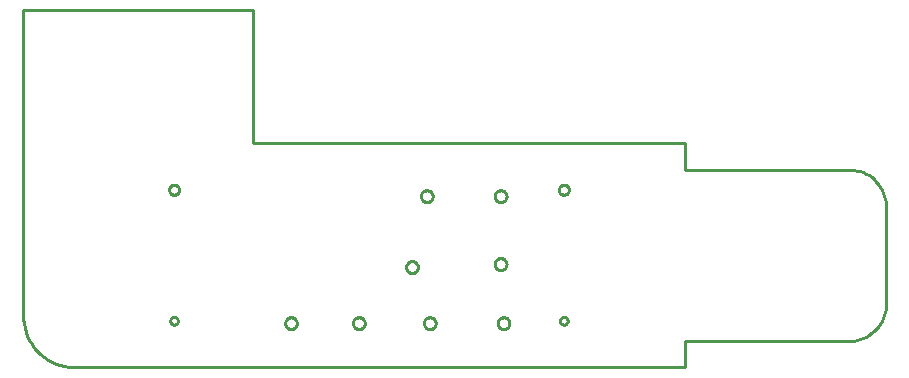
<source format=gbr>
G04 EAGLE Gerber RS-274X export*
G75*
%MOMM*%
%FSLAX34Y34*%
%LPD*%
%IN*%
%IPPOS*%
%AMOC8*
5,1,8,0,0,1.08239X$1,22.5*%
G01*
%ADD10C,0.254000*%


D10*
X-135500Y-50000D02*
X-135442Y-53818D01*
X-135052Y-57616D01*
X-134333Y-61366D01*
X-133289Y-65039D01*
X-131929Y-68607D01*
X-130264Y-72042D01*
X-128305Y-75320D01*
X-126068Y-78414D01*
X-123570Y-81302D01*
X-120830Y-83961D01*
X-117868Y-86371D01*
X-114708Y-88514D01*
X-111372Y-90373D01*
X-107888Y-91934D01*
X-104281Y-93186D01*
X-100578Y-94118D01*
X-96808Y-94725D01*
X-93000Y-95000D01*
X425000Y-95000D01*
X425000Y-72500D01*
X565000Y-72500D01*
X567719Y-72272D01*
X570408Y-71808D01*
X573046Y-71112D01*
X575613Y-70188D01*
X578090Y-69044D01*
X580458Y-67688D01*
X582698Y-66132D01*
X584795Y-64385D01*
X586731Y-62463D01*
X588492Y-60380D01*
X590065Y-58150D01*
X591438Y-55792D01*
X592600Y-53324D01*
X593543Y-50764D01*
X594259Y-48131D01*
X594742Y-45446D01*
X594990Y-42728D01*
X595000Y-40000D01*
X595000Y42500D01*
X594772Y45219D01*
X594308Y47908D01*
X593612Y50546D01*
X592688Y53113D01*
X591544Y55590D01*
X590188Y57958D01*
X588632Y60198D01*
X586885Y62295D01*
X584963Y64231D01*
X582880Y65992D01*
X580650Y67565D01*
X578292Y68938D01*
X575824Y70100D01*
X573264Y71043D01*
X570631Y71759D01*
X567946Y72242D01*
X565228Y72490D01*
X562500Y72500D01*
X425000Y72500D01*
X425000Y95000D01*
X59000Y95000D01*
X59000Y207500D01*
X-135500Y207500D01*
X-135500Y-50000D01*
X96250Y-57781D02*
X96187Y-58339D01*
X96062Y-58886D01*
X95877Y-59416D01*
X95633Y-59922D01*
X95334Y-60398D01*
X94984Y-60837D01*
X94587Y-61234D01*
X94148Y-61584D01*
X93672Y-61883D01*
X93166Y-62127D01*
X92636Y-62312D01*
X92089Y-62437D01*
X91531Y-62500D01*
X90969Y-62500D01*
X90411Y-62437D01*
X89864Y-62312D01*
X89334Y-62127D01*
X88828Y-61883D01*
X88352Y-61584D01*
X87913Y-61234D01*
X87516Y-60837D01*
X87166Y-60398D01*
X86867Y-59922D01*
X86623Y-59416D01*
X86438Y-58886D01*
X86313Y-58339D01*
X86250Y-57781D01*
X86250Y-57219D01*
X86313Y-56661D01*
X86438Y-56114D01*
X86623Y-55584D01*
X86867Y-55078D01*
X87166Y-54602D01*
X87516Y-54163D01*
X87913Y-53766D01*
X88352Y-53416D01*
X88828Y-53117D01*
X89334Y-52873D01*
X89864Y-52688D01*
X90411Y-52563D01*
X90969Y-52500D01*
X91531Y-52500D01*
X92089Y-52563D01*
X92636Y-52688D01*
X93166Y-52873D01*
X93672Y-53117D01*
X94148Y-53416D01*
X94587Y-53766D01*
X94984Y-54163D01*
X95334Y-54602D01*
X95633Y-55078D01*
X95877Y-55584D01*
X96062Y-56114D01*
X96187Y-56661D01*
X96250Y-57219D01*
X96250Y-57781D01*
X153750Y-57781D02*
X153687Y-58339D01*
X153562Y-58886D01*
X153377Y-59416D01*
X153133Y-59922D01*
X152834Y-60398D01*
X152484Y-60837D01*
X152087Y-61234D01*
X151648Y-61584D01*
X151172Y-61883D01*
X150666Y-62127D01*
X150136Y-62312D01*
X149589Y-62437D01*
X149031Y-62500D01*
X148469Y-62500D01*
X147911Y-62437D01*
X147364Y-62312D01*
X146834Y-62127D01*
X146328Y-61883D01*
X145852Y-61584D01*
X145413Y-61234D01*
X145016Y-60837D01*
X144666Y-60398D01*
X144367Y-59922D01*
X144123Y-59416D01*
X143938Y-58886D01*
X143813Y-58339D01*
X143750Y-57781D01*
X143750Y-57219D01*
X143813Y-56661D01*
X143938Y-56114D01*
X144123Y-55584D01*
X144367Y-55078D01*
X144666Y-54602D01*
X145016Y-54163D01*
X145413Y-53766D01*
X145852Y-53416D01*
X146328Y-53117D01*
X146834Y-52873D01*
X147364Y-52688D01*
X147911Y-52563D01*
X148469Y-52500D01*
X149031Y-52500D01*
X149589Y-52563D01*
X150136Y-52688D01*
X150666Y-52873D01*
X151172Y-53117D01*
X151648Y-53416D01*
X152087Y-53766D01*
X152484Y-54163D01*
X152834Y-54602D01*
X153133Y-55078D01*
X153377Y-55584D01*
X153562Y-56114D01*
X153687Y-56661D01*
X153750Y-57219D01*
X153750Y-57781D01*
X276250Y-57781D02*
X276187Y-58339D01*
X276062Y-58886D01*
X275877Y-59416D01*
X275633Y-59922D01*
X275334Y-60398D01*
X274984Y-60837D01*
X274587Y-61234D01*
X274148Y-61584D01*
X273672Y-61883D01*
X273166Y-62127D01*
X272636Y-62312D01*
X272089Y-62437D01*
X271531Y-62500D01*
X270969Y-62500D01*
X270411Y-62437D01*
X269864Y-62312D01*
X269334Y-62127D01*
X268828Y-61883D01*
X268352Y-61584D01*
X267913Y-61234D01*
X267516Y-60837D01*
X267166Y-60398D01*
X266867Y-59922D01*
X266623Y-59416D01*
X266438Y-58886D01*
X266313Y-58339D01*
X266250Y-57781D01*
X266250Y-57219D01*
X266313Y-56661D01*
X266438Y-56114D01*
X266623Y-55584D01*
X266867Y-55078D01*
X267166Y-54602D01*
X267516Y-54163D01*
X267913Y-53766D01*
X268352Y-53416D01*
X268828Y-53117D01*
X269334Y-52873D01*
X269864Y-52688D01*
X270411Y-52563D01*
X270969Y-52500D01*
X271531Y-52500D01*
X272089Y-52563D01*
X272636Y-52688D01*
X273166Y-52873D01*
X273672Y-53117D01*
X274148Y-53416D01*
X274587Y-53766D01*
X274984Y-54163D01*
X275334Y-54602D01*
X275633Y-55078D01*
X275877Y-55584D01*
X276062Y-56114D01*
X276187Y-56661D01*
X276250Y-57219D01*
X276250Y-57781D01*
X211250Y49719D02*
X211187Y49161D01*
X211062Y48614D01*
X210877Y48084D01*
X210633Y47578D01*
X210334Y47102D01*
X209984Y46663D01*
X209587Y46266D01*
X209148Y45916D01*
X208672Y45617D01*
X208166Y45373D01*
X207636Y45188D01*
X207089Y45063D01*
X206531Y45000D01*
X205969Y45000D01*
X205411Y45063D01*
X204864Y45188D01*
X204334Y45373D01*
X203828Y45617D01*
X203352Y45916D01*
X202913Y46266D01*
X202516Y46663D01*
X202166Y47102D01*
X201867Y47578D01*
X201623Y48084D01*
X201438Y48614D01*
X201313Y49161D01*
X201250Y49719D01*
X201250Y50281D01*
X201313Y50839D01*
X201438Y51386D01*
X201623Y51916D01*
X201867Y52422D01*
X202166Y52898D01*
X202516Y53337D01*
X202913Y53734D01*
X203352Y54084D01*
X203828Y54383D01*
X204334Y54627D01*
X204864Y54812D01*
X205411Y54937D01*
X205969Y55000D01*
X206531Y55000D01*
X207089Y54937D01*
X207636Y54812D01*
X208166Y54627D01*
X208672Y54383D01*
X209148Y54084D01*
X209587Y53734D01*
X209984Y53337D01*
X210334Y52898D01*
X210633Y52422D01*
X210877Y51916D01*
X211062Y51386D01*
X211187Y50839D01*
X211250Y50281D01*
X211250Y49719D01*
X273750Y49719D02*
X273687Y49161D01*
X273562Y48614D01*
X273377Y48084D01*
X273133Y47578D01*
X272834Y47102D01*
X272484Y46663D01*
X272087Y46266D01*
X271648Y45916D01*
X271172Y45617D01*
X270666Y45373D01*
X270136Y45188D01*
X269589Y45063D01*
X269031Y45000D01*
X268469Y45000D01*
X267911Y45063D01*
X267364Y45188D01*
X266834Y45373D01*
X266328Y45617D01*
X265852Y45916D01*
X265413Y46266D01*
X265016Y46663D01*
X264666Y47102D01*
X264367Y47578D01*
X264123Y48084D01*
X263938Y48614D01*
X263813Y49161D01*
X263750Y49719D01*
X263750Y50281D01*
X263813Y50839D01*
X263938Y51386D01*
X264123Y51916D01*
X264367Y52422D01*
X264666Y52898D01*
X265016Y53337D01*
X265413Y53734D01*
X265852Y54084D01*
X266328Y54383D01*
X266834Y54627D01*
X267364Y54812D01*
X267911Y54937D01*
X268469Y55000D01*
X269031Y55000D01*
X269589Y54937D01*
X270136Y54812D01*
X270666Y54627D01*
X271172Y54383D01*
X271648Y54084D01*
X272087Y53734D01*
X272484Y53337D01*
X272834Y52898D01*
X273133Y52422D01*
X273377Y51916D01*
X273562Y51386D01*
X273687Y50839D01*
X273750Y50281D01*
X273750Y49719D01*
X198750Y-10281D02*
X198687Y-10839D01*
X198562Y-11386D01*
X198377Y-11916D01*
X198133Y-12422D01*
X197834Y-12898D01*
X197484Y-13337D01*
X197087Y-13734D01*
X196648Y-14084D01*
X196172Y-14383D01*
X195666Y-14627D01*
X195136Y-14812D01*
X194589Y-14937D01*
X194031Y-15000D01*
X193469Y-15000D01*
X192911Y-14937D01*
X192364Y-14812D01*
X191834Y-14627D01*
X191328Y-14383D01*
X190852Y-14084D01*
X190413Y-13734D01*
X190016Y-13337D01*
X189666Y-12898D01*
X189367Y-12422D01*
X189123Y-11916D01*
X188938Y-11386D01*
X188813Y-10839D01*
X188750Y-10281D01*
X188750Y-9719D01*
X188813Y-9161D01*
X188938Y-8614D01*
X189123Y-8084D01*
X189367Y-7578D01*
X189666Y-7102D01*
X190016Y-6663D01*
X190413Y-6266D01*
X190852Y-5916D01*
X191328Y-5617D01*
X191834Y-5373D01*
X192364Y-5188D01*
X192911Y-5063D01*
X193469Y-5000D01*
X194031Y-5000D01*
X194589Y-5063D01*
X195136Y-5188D01*
X195666Y-5373D01*
X196172Y-5617D01*
X196648Y-5916D01*
X197087Y-6266D01*
X197484Y-6663D01*
X197834Y-7102D01*
X198133Y-7578D01*
X198377Y-8084D01*
X198562Y-8614D01*
X198687Y-9161D01*
X198750Y-9719D01*
X198750Y-10281D01*
X273750Y-7781D02*
X273687Y-8339D01*
X273562Y-8886D01*
X273377Y-9416D01*
X273133Y-9922D01*
X272834Y-10398D01*
X272484Y-10837D01*
X272087Y-11234D01*
X271648Y-11584D01*
X271172Y-11883D01*
X270666Y-12127D01*
X270136Y-12312D01*
X269589Y-12437D01*
X269031Y-12500D01*
X268469Y-12500D01*
X267911Y-12437D01*
X267364Y-12312D01*
X266834Y-12127D01*
X266328Y-11883D01*
X265852Y-11584D01*
X265413Y-11234D01*
X265016Y-10837D01*
X264666Y-10398D01*
X264367Y-9922D01*
X264123Y-9416D01*
X263938Y-8886D01*
X263813Y-8339D01*
X263750Y-7781D01*
X263750Y-7219D01*
X263813Y-6661D01*
X263938Y-6114D01*
X264123Y-5584D01*
X264367Y-5078D01*
X264666Y-4602D01*
X265016Y-4163D01*
X265413Y-3766D01*
X265852Y-3416D01*
X266328Y-3117D01*
X266834Y-2873D01*
X267364Y-2688D01*
X267911Y-2563D01*
X268469Y-2500D01*
X269031Y-2500D01*
X269589Y-2563D01*
X270136Y-2688D01*
X270666Y-2873D01*
X271172Y-3117D01*
X271648Y-3416D01*
X272087Y-3766D01*
X272484Y-4163D01*
X272834Y-4602D01*
X273133Y-5078D01*
X273377Y-5584D01*
X273562Y-6114D01*
X273687Y-6661D01*
X273750Y-7219D01*
X273750Y-7781D01*
X213750Y-57781D02*
X213687Y-58339D01*
X213562Y-58886D01*
X213377Y-59416D01*
X213133Y-59922D01*
X212834Y-60398D01*
X212484Y-60837D01*
X212087Y-61234D01*
X211648Y-61584D01*
X211172Y-61883D01*
X210666Y-62127D01*
X210136Y-62312D01*
X209589Y-62437D01*
X209031Y-62500D01*
X208469Y-62500D01*
X207911Y-62437D01*
X207364Y-62312D01*
X206834Y-62127D01*
X206328Y-61883D01*
X205852Y-61584D01*
X205413Y-61234D01*
X205016Y-60837D01*
X204666Y-60398D01*
X204367Y-59922D01*
X204123Y-59416D01*
X203938Y-58886D01*
X203813Y-58339D01*
X203750Y-57781D01*
X203750Y-57219D01*
X203813Y-56661D01*
X203938Y-56114D01*
X204123Y-55584D01*
X204367Y-55078D01*
X204666Y-54602D01*
X205016Y-54163D01*
X205413Y-53766D01*
X205852Y-53416D01*
X206328Y-53117D01*
X206834Y-52873D01*
X207364Y-52688D01*
X207911Y-52563D01*
X208469Y-52500D01*
X209031Y-52500D01*
X209589Y-52563D01*
X210136Y-52688D01*
X210666Y-52873D01*
X211172Y-53117D01*
X211648Y-53416D01*
X212087Y-53766D01*
X212484Y-54163D01*
X212834Y-54602D01*
X213133Y-55078D01*
X213377Y-55584D01*
X213562Y-56114D01*
X213687Y-56661D01*
X213750Y-57219D01*
X213750Y-57781D01*
X322463Y-52250D02*
X322885Y-52306D01*
X323297Y-52416D01*
X323691Y-52579D01*
X324059Y-52792D01*
X324397Y-53051D01*
X324699Y-53353D01*
X324958Y-53691D01*
X325171Y-54059D01*
X325334Y-54453D01*
X325444Y-54865D01*
X325500Y-55287D01*
X325500Y-55713D01*
X325444Y-56135D01*
X325334Y-56547D01*
X325171Y-56941D01*
X324958Y-57309D01*
X324699Y-57647D01*
X324397Y-57949D01*
X324059Y-58208D01*
X323691Y-58421D01*
X323297Y-58584D01*
X322885Y-58694D01*
X322463Y-58750D01*
X322037Y-58750D01*
X321615Y-58694D01*
X321203Y-58584D01*
X320809Y-58421D01*
X320441Y-58208D01*
X320103Y-57949D01*
X319801Y-57647D01*
X319542Y-57309D01*
X319329Y-56941D01*
X319166Y-56547D01*
X319056Y-56135D01*
X319000Y-55713D01*
X319000Y-55287D01*
X319056Y-54865D01*
X319166Y-54453D01*
X319329Y-54059D01*
X319542Y-53691D01*
X319801Y-53353D01*
X320103Y-53051D01*
X320441Y-52792D01*
X320809Y-52579D01*
X321203Y-52416D01*
X321615Y-52306D01*
X322037Y-52250D01*
X322463Y-52250D01*
X322529Y59750D02*
X323081Y59677D01*
X323619Y59533D01*
X324134Y59320D01*
X324616Y59041D01*
X325058Y58702D01*
X325452Y58308D01*
X325791Y57866D01*
X326070Y57384D01*
X326283Y56869D01*
X326427Y56331D01*
X326500Y55779D01*
X326500Y55221D01*
X326427Y54669D01*
X326283Y54131D01*
X326070Y53616D01*
X325791Y53134D01*
X325452Y52692D01*
X325058Y52298D01*
X324616Y51959D01*
X324134Y51680D01*
X323619Y51467D01*
X323081Y51323D01*
X322529Y51250D01*
X321971Y51250D01*
X321419Y51323D01*
X320881Y51467D01*
X320366Y51680D01*
X319884Y51959D01*
X319442Y52298D01*
X319048Y52692D01*
X318709Y53134D01*
X318430Y53616D01*
X318217Y54131D01*
X318073Y54669D01*
X318000Y55221D01*
X318000Y55779D01*
X318073Y56331D01*
X318217Y56869D01*
X318430Y57384D01*
X318709Y57866D01*
X319048Y58308D01*
X319442Y58702D01*
X319884Y59041D01*
X320366Y59320D01*
X320881Y59533D01*
X321419Y59677D01*
X321971Y59750D01*
X322529Y59750D01*
X-7537Y-52250D02*
X-7115Y-52306D01*
X-6703Y-52416D01*
X-6309Y-52579D01*
X-5941Y-52792D01*
X-5603Y-53051D01*
X-5301Y-53353D01*
X-5042Y-53691D01*
X-4829Y-54059D01*
X-4666Y-54453D01*
X-4556Y-54865D01*
X-4500Y-55287D01*
X-4500Y-55713D01*
X-4556Y-56135D01*
X-4666Y-56547D01*
X-4829Y-56941D01*
X-5042Y-57309D01*
X-5301Y-57647D01*
X-5603Y-57949D01*
X-5941Y-58208D01*
X-6309Y-58421D01*
X-6703Y-58584D01*
X-7115Y-58694D01*
X-7537Y-58750D01*
X-7963Y-58750D01*
X-8385Y-58694D01*
X-8797Y-58584D01*
X-9191Y-58421D01*
X-9559Y-58208D01*
X-9897Y-57949D01*
X-10199Y-57647D01*
X-10458Y-57309D01*
X-10671Y-56941D01*
X-10834Y-56547D01*
X-10944Y-56135D01*
X-11000Y-55713D01*
X-11000Y-55287D01*
X-10944Y-54865D01*
X-10834Y-54453D01*
X-10671Y-54059D01*
X-10458Y-53691D01*
X-10199Y-53353D01*
X-9897Y-53051D01*
X-9559Y-52792D01*
X-9191Y-52579D01*
X-8797Y-52416D01*
X-8385Y-52306D01*
X-7963Y-52250D01*
X-7537Y-52250D01*
X-7471Y59750D02*
X-6919Y59677D01*
X-6381Y59533D01*
X-5866Y59320D01*
X-5384Y59041D01*
X-4942Y58702D01*
X-4548Y58308D01*
X-4209Y57866D01*
X-3930Y57384D01*
X-3717Y56869D01*
X-3573Y56331D01*
X-3500Y55779D01*
X-3500Y55221D01*
X-3573Y54669D01*
X-3717Y54131D01*
X-3930Y53616D01*
X-4209Y53134D01*
X-4548Y52692D01*
X-4942Y52298D01*
X-5384Y51959D01*
X-5866Y51680D01*
X-6381Y51467D01*
X-6919Y51323D01*
X-7471Y51250D01*
X-8029Y51250D01*
X-8581Y51323D01*
X-9119Y51467D01*
X-9634Y51680D01*
X-10116Y51959D01*
X-10558Y52298D01*
X-10952Y52692D01*
X-11291Y53134D01*
X-11570Y53616D01*
X-11783Y54131D01*
X-11927Y54669D01*
X-12000Y55221D01*
X-12000Y55779D01*
X-11927Y56331D01*
X-11783Y56869D01*
X-11570Y57384D01*
X-11291Y57866D01*
X-10952Y58308D01*
X-10558Y58702D01*
X-10116Y59041D01*
X-9634Y59320D01*
X-9119Y59533D01*
X-8581Y59677D01*
X-8029Y59750D01*
X-7471Y59750D01*
M02*

</source>
